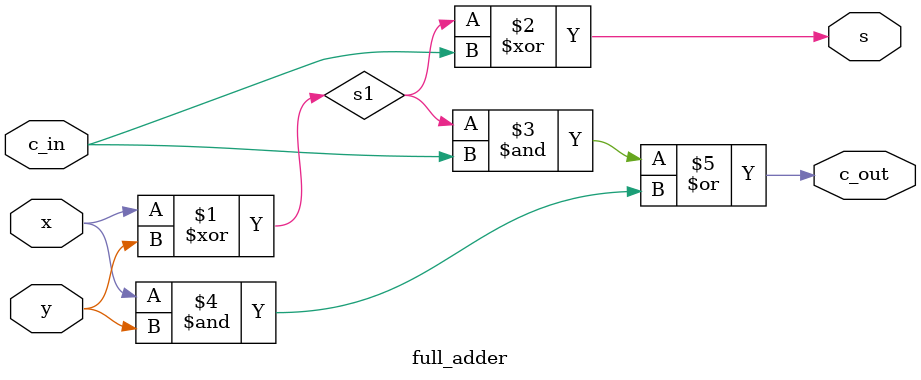
<source format=v>
module full_adder(x, y, c_in, s, c_out);
	input x, y, c_in;
	output s, c_out;

	wire s1;

	assign #1 s1 = x ^ y;
	assign #1 s = s1 ^ c_in;
	assign #1 c_out = (s1 & c_in) | (x & y);
endmodule

</source>
